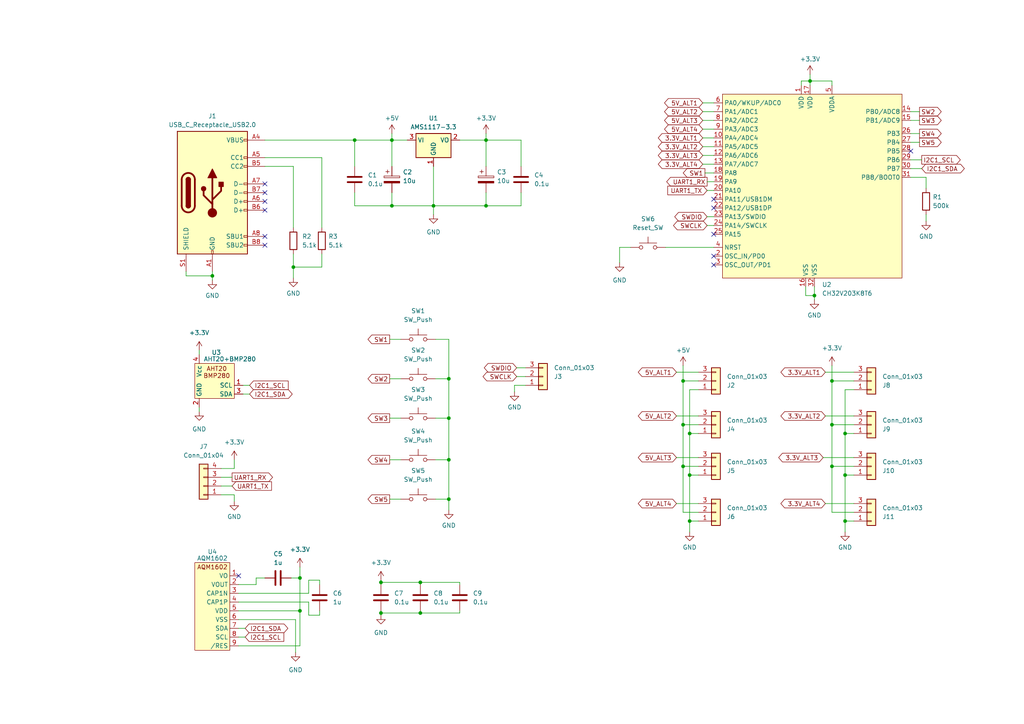
<source format=kicad_sch>
(kicad_sch (version 20231120) (generator "eeschema") (generator_version "8.0")
  (paper "A4")
  (lib_symbols
    (symbol "CH32V:CH32V203K8T6"
      (property "Reference" "U" (at -16.51 29.21 0))
      (property "Value" "CH32V203K8T6" (at -15.24 26.67 0))
      (symbol "CH32V203K8T6_1_1"
        (rectangle (start -25.4 25.4) (end 26.67 -27.94) (fill (type background)))
        (pin power_in line (at -2.54 27.94 270) (length 2.54) (name "VDD") (number "1"))
        (pin bidirectional line (at -27.94 12.7 0) (length 2.54) (name "PA4/ADC4") (number "10"))
        (pin bidirectional line (at -27.94 10.16 0) (length 2.54) (name "PA5/ADC5") (number "11"))
        (pin bidirectional line (at -27.94 7.62 0) (length 2.54) (name "PA6/ADC6") (number "12"))
        (pin bidirectional line (at -27.94 5.08 0) (length 2.54) (name "PA7/ADC7") (number "13"))
        (pin bidirectional line (at 29.21 20.32 180) (length 2.54) (name "PB0/ADC8") (number "14"))
        (pin bidirectional line (at 29.21 17.78 180) (length 2.54) (name "PB1/ADC9") (number "15"))
        (pin power_in line (at -1.27 -30.48 90) (length 2.54) (name "VSS") (number "16"))
        (pin power_in line (at 0 27.94 270) (length 2.54) (name "VDD") (number "17"))
        (pin bidirectional line (at -27.94 2.54 0) (length 2.54) (name "PA8") (number "18"))
        (pin bidirectional line (at -27.94 0 0) (length 2.54) (name "PA9") (number "19"))
        (pin bidirectional line (at -27.94 -21.59 0) (length 2.54) (name "OSC_IN/PD0") (number "2"))
        (pin bidirectional line (at -27.94 -2.54 0) (length 2.54) (name "PA10") (number "20"))
        (pin bidirectional line (at -27.94 -5.08 0) (length 2.54) (name "PA11/USB1DM") (number "21"))
        (pin bidirectional line (at -27.94 -7.62 0) (length 2.54) (name "PA12/USB1DP") (number "22"))
        (pin bidirectional line (at -27.94 -10.16 0) (length 2.54) (name "PA13/SWDIO") (number "23"))
        (pin bidirectional line (at -27.94 -12.7 0) (length 2.54) (name "PA14/SWCLK") (number "24"))
        (pin bidirectional line (at -27.94 -15.24 0) (length 2.54) (name "PA15") (number "25"))
        (pin bidirectional line (at 29.21 13.97 180) (length 2.54) (name "PB3") (number "26"))
        (pin bidirectional line (at 29.21 11.43 180) (length 2.54) (name "PB4") (number "27"))
        (pin bidirectional line (at 29.21 8.89 180) (length 2.54) (name "PB5") (number "28"))
        (pin bidirectional line (at 29.21 6.35 180) (length 2.54) (name "PB6") (number "29"))
        (pin bidirectional line (at -27.94 -24.13 0) (length 2.54) (name "OSC_OUT/PD1") (number "3"))
        (pin bidirectional line (at 29.21 3.81 180) (length 2.54) (name "PB7") (number "30"))
        (pin bidirectional line (at 29.21 1.27 180) (length 2.54) (name "PB8/BOOT0") (number "31"))
        (pin power_in line (at 1.27 -30.48 90) (length 2.54) (name "VSS") (number "32"))
        (pin bidirectional line (at -27.94 -19.05 0) (length 2.54) (name "NRST") (number "4"))
        (pin power_in line (at 6.35 27.94 270) (length 2.54) (name "VDDA") (number "5"))
        (pin bidirectional line (at -27.94 22.86 0) (length 2.54) (name "PA0/WKUP/ADC0") (number "6"))
        (pin bidirectional line (at -27.94 20.32 0) (length 2.54) (name "PA1/ADC1") (number "7"))
        (pin bidirectional line (at -27.94 17.78 0) (length 2.54) (name "PA2/ADC2") (number "8"))
        (pin bidirectional line (at -27.94 15.24 0) (length 2.54) (name "PA3/ADC3") (number "9"))
      )
    )
    (symbol "Connector_Generic:Conn_01x03" (pin_names (offset 1.016) hide)
      (property "Reference" "J" (at 0 5.08 0))
      (property "Value" "Conn_01x03" (at 0 -5.08 0))
      (symbol "Conn_01x03_1_1"
        (rectangle (start -1.27 -2.413) (end 0 -2.667) (stroke (width 0.1524)))
        (rectangle (start -1.27 0.127) (end 0 -0.127) (stroke (width 0.1524)))
        (rectangle (start -1.27 2.667) (end 0 2.413) (stroke (width 0.1524)))
        (rectangle (start -1.27 3.81) (end 1.27 -3.81) (stroke (width 0.254)) (fill (type background)))
        (pin passive line (at -5.08 2.54 0) (length 3.81) (name "Pin_1") (number "1"))
        (pin passive line (at -5.08 0 0) (length 3.81) (name "Pin_2") (number "2"))
        (pin passive line (at -5.08 -2.54 0) (length 3.81) (name "Pin_3") (number "3"))
      )
    )
    (symbol "Connector_Generic:Conn_01x04" (pin_names (offset 1.016) hide)
      (property "Reference" "J" (at 0 5.08 0))
      (property "Value" "Conn_01x04" (at 0 -7.62 0))
      (symbol "Conn_01x04_1_1"
        (rectangle (start -1.27 -4.953) (end 0 -5.207) (stroke (width 0.1524)))
        (rectangle (start -1.27 -2.413) (end 0 -2.667) (stroke (width 0.1524)))
        (rectangle (start -1.27 0.127) (end 0 -0.127) (stroke (width 0.1524)))
        (rectangle (start -1.27 2.667) (end 0 2.413) (stroke (width 0.1524)))
        (rectangle (start -1.27 3.81) (end 1.27 -6.35) (stroke (width 0.254)) (fill (type background)))
        (pin passive line (at -5.08 2.54 0) (length 3.81) (name "Pin_1") (number "1"))
        (pin passive line (at -5.08 0 0) (length 3.81) (name "Pin_2") (number "2"))
        (pin passive line (at -5.08 -2.54 0) (length 3.81) (name "Pin_3") (number "3"))
        (pin passive line (at -5.08 -5.08 0) (length 3.81) (name "Pin_4") (number "4"))
      )
    )
    (symbol "Device:C" (pin_numbers hide) (pin_names (offset 0.254))
      (property "Reference" "C" (at 0.635 2.54 0))
      (property "Value" "C" (at 0.635 -2.54 0))
      (symbol "C_0_1"
        (polyline (pts (xy -2.032 -0.762) (xy 2.032 -0.762)) (stroke (width 0.508)))
        (polyline (pts (xy -2.032 0.762) (xy 2.032 0.762)) (stroke (width 0.508)))
      )
      (symbol "C_1_1"
        (pin passive line (at 0 3.81 270) (length 2.794) (name "~") (number "1"))
        (pin passive line (at 0 -3.81 90) (length 2.794) (name "~") (number "2"))
      )
    )
    (symbol "Device:C_Polarized" (pin_numbers hide) (pin_names (offset 0.254))
      (property "Reference" "C" (at 0.635 2.54 0))
      (property "Value" "C_Polarized" (at 0.635 -2.54 0))
      (symbol "C_Polarized_0_1"
        (rectangle (start -2.286 0.508) (end 2.286 1.016))
        (polyline (pts (xy -1.778 2.286) (xy -0.762 2.286)))
        (polyline (pts (xy -1.27 2.794) (xy -1.27 1.778)))
        (rectangle (start 2.286 -0.508) (end -2.286 -1.016) (fill (type outline)))
      )
      (symbol "C_Polarized_1_1"
        (pin passive line (at 0 3.81 270) (length 2.794) (name "~") (number "1"))
        (pin passive line (at 0 -3.81 90) (length 2.794) (name "~") (number "2"))
      )
    )
    (symbol "Device:R" (pin_numbers hide) (pin_names (offset 0))
      (property "Reference" "R" (at 2.032 0 90))
      (property "Value" "R" (at 0 0 90))
      (symbol "R_0_1"
        (rectangle (start -1.016 -2.54) (end 1.016 2.54) (stroke (width 0.254)))
      )
      (symbol "R_1_1"
        (pin passive line (at 0 3.81 270) (length 1.27) (name "~") (number "1"))
        (pin passive line (at 0 -3.81 90) (length 1.27) (name "~") (number "2"))
      )
    )
    (symbol "Regulator_Linear:AMS1117-3.3"
      (property "Reference" "U" (at -3.81 3.175 0))
      (property "Value" "AMS1117-3.3" (at 0 3.175 0))
      (symbol "AMS1117-3.3_0_1"
        (rectangle (start -5.08 -5.08) (end 5.08 1.905) (stroke (width 0.254)) (fill (type background)))
      )
      (symbol "AMS1117-3.3_1_1"
        (pin power_in line (at 0 -7.62 90) (length 2.54) (name "GND") (number "1"))
        (pin power_out line (at 7.62 0 180) (length 2.54) (name "VO") (number "2"))
        (pin power_in line (at -7.62 0 0) (length 2.54) (name "VI") (number "3"))
      )
    )
    (symbol "Switch:SW_Push" (pin_numbers hide) (pin_names (offset 1.016) hide)
      (property "Reference" "SW" (at 1.27 2.54 0))
      (property "Value" "SW_Push" (at 0 -1.524 0))
      (symbol "SW_Push_0_1"
        (circle (center -2.032 0) (radius 0.508))
        (polyline (pts (xy 0 1.27) (xy 0 3.048)))
        (polyline (pts (xy 2.54 1.27) (xy -2.54 1.27)))
        (circle (center 2.032 0) (radius 0.508))
        (pin passive line (at -5.08 0 0) (length 2.54) (name "1") (number "1"))
        (pin passive line (at 5.08 0 180) (length 2.54) (name "2") (number "2"))
      )
    )
    (symbol "power:+3.3V" (power) (pin_names (offset 0))
      (property "Value" "+3.3V" (at 0 3.556 0))
      (symbol "+3.3V_0_1"
        (polyline (pts (xy -0.762 1.27) (xy 0 2.54)))
        (polyline (pts (xy 0 0) (xy 0 2.54)))
        (polyline (pts (xy 0 2.54) (xy 0.762 1.27)))
      )
      (symbol "+3.3V_1_1"
        (pin power_in line (at 0 0 90) (length 0) hide (name "+3.3V") (number "1"))
      )
    )
    (symbol "power:+5V" (power) (pin_names (offset 0))
      (property "Value" "+5V" (at 0 3.556 0))
      (symbol "+5V_0_1"
        (polyline (pts (xy -0.762 1.27) (xy 0 2.54)))
        (polyline (pts (xy 0 0) (xy 0 2.54)))
        (polyline (pts (xy 0 2.54) (xy 0.762 1.27)))
      )
      (symbol "+5V_1_1"
        (pin power_in line (at 0 0 90) (length 0) hide (name "+5V") (number "1"))
      )
    )
    (symbol "power:GND" (power) (pin_names (offset 0))
      (property "Value" "GND" (at 0 -3.81 0))
      (symbol "GND_0_1"
        (polyline (pts (xy 0 0) (xy 0 -1.27) (xy 1.27 -1.27) (xy 0 -2.54) (xy -1.27 -1.27) (xy 0 -1.27)))
      )
      (symbol "GND_1_1"
        (pin power_in line (at 0 0 270) (length 0) hide (name "GND") (number "1"))
      )
    )
    (symbol "watashi:AHT20+BMP280_SimpleRobot"
      (property "Reference" "U" (at 1.27 3.81 0))
      (symbol "AHT20+BMP280_SimpleRobot_1_1"
        (rectangle (start -2.54 2.54) (end 8.89 -7.62) (fill (type background)))
        (text "AHT20\nBMP280" (at 3.81 0 0) (effects (font (size 1.27 1.27))))
        (pin bidirectional line (at 11.43 -3.81 180) (length 2.54) (name "SCL") (number "1"))
        (pin power_in line (at -1.27 -10.16 90) (length 2.54) (name "GND") (number "2"))
        (pin bidirectional line (at 11.43 -6.35 180) (length 2.54) (name "SDA") (number "3"))
        (pin power_in line (at -1.27 5.08 270) (length 2.54) (name "Vcc") (number "4"))
      )
    )
    (symbol "watashi:AQM1602Y-RN"
      (property "Reference" "U" (at -3.81 13.97 0))
      (symbol "AQM1602Y-RN_1_1"
        (rectangle (start -5.08 12.7) (end 5.08 -12.7) (fill (type background)))
        (text "AQM1602" (at 0 11.43 0) (effects (font (size 1.27 1.27))))
        (pin bidirectional line (at 7.62 8.89 180) (length 2.54) (name "VO") (number "1"))
        (pin passive line (at 7.62 6.35 180) (length 2.54) (name "VOUT") (number "2"))
        (pin passive line (at 7.62 3.81 180) (length 2.54) (name "CAP1N") (number "3"))
        (pin passive line (at 7.62 1.27 180) (length 2.54) (name "CAP1P") (number "4"))
        (pin power_in line (at 7.62 -1.27 180) (length 2.54) (name "VDD") (number "5"))
        (pin power_in line (at 7.62 -3.81 180) (length 2.54) (name "VSS") (number "6"))
        (pin bidirectional line (at 7.62 -6.35 180) (length 2.54) (name "SDA") (number "7"))
        (pin bidirectional line (at 7.62 -8.89 180) (length 2.54) (name "SCL") (number "8"))
        (pin input line (at 7.62 -11.43 180) (length 2.54) (name "/RES") (number "9"))
      )
    )
    (symbol "watashi:USB_C_Receptacle_USB2.0" (pin_names (offset 1.016))
      (property "Reference" "J" (at -10.16 19.05 0))
      (property "Value" "USB_C_Receptacle_USB2.0" (at 19.05 19.05 0))
      (symbol "USB_C_Receptacle_USB2.0_0_0"
        (rectangle (start -0.254 -17.78) (end 0.254 -16.764))
        (rectangle (start 10.16 -14.986) (end 9.144 -15.494))
        (rectangle (start 10.16 -12.446) (end 9.144 -12.954))
        (rectangle (start 10.16 -4.826) (end 9.144 -5.334))
        (rectangle (start 10.16 -2.286) (end 9.144 -2.794))
        (rectangle (start 10.16 0.254) (end 9.144 -0.254))
        (rectangle (start 10.16 2.794) (end 9.144 2.286))
        (rectangle (start 10.16 7.874) (end 9.144 7.366))
        (rectangle (start 10.16 10.414) (end 9.144 9.906))
        (rectangle (start 10.16 15.494) (end 9.144 14.986))
      )
      (symbol "USB_C_Receptacle_USB2.0_0_1"
        (rectangle (start -10.16 17.78) (end 10.16 -17.78) (stroke (width 0.254)) (fill (type background)))
        (arc (start -8.89 -3.81) (mid -6.985 -5.7067) (end -5.08 -3.81) (stroke (width 0.508)))
        (arc (start -7.62 -3.81) (mid -6.985 -4.4423) (end -6.35 -3.81) (stroke (width 0.254)))
        (arc (start -7.62 -3.81) (mid -6.985 -4.4423) (end -6.35 -3.81) (stroke (width 0.254)) (fill (type outline)))
        (rectangle (start -7.62 -3.81) (end -6.35 3.81) (stroke (width 0.254)) (fill (type outline)))
        (arc (start -6.35 3.81) (mid -6.985 4.4423) (end -7.62 3.81) (stroke (width 0.254)))
        (arc (start -6.35 3.81) (mid -6.985 4.4423) (end -7.62 3.81) (stroke (width 0.254)) (fill (type outline)))
        (arc (start -5.08 3.81) (mid -6.985 5.7067) (end -8.89 3.81) (stroke (width 0.508)))
        (circle (center -2.54 1.143) (radius 0.635) (stroke (width 0.254)) (fill (type outline)))
        (circle (center 0 -5.842) (radius 1.27) (fill (type outline)))
        (polyline (pts (xy -8.89 -3.81) (xy -8.89 3.81)) (stroke (width 0.508)))
        (polyline (pts (xy -5.08 3.81) (xy -5.08 -3.81)) (stroke (width 0.508)))
        (polyline (pts (xy 0 -5.842) (xy 0 4.318)) (stroke (width 0.508)))
        (polyline (pts (xy 0 -3.302) (xy -2.54 -0.762) (xy -2.54 0.508)) (stroke (width 0.508)))
        (polyline (pts (xy 0 -2.032) (xy 2.54 0.508) (xy 2.54 1.778)) (stroke (width 0.508)))
        (polyline (pts (xy -1.27 4.318) (xy 0 6.858) (xy 1.27 4.318) (xy -1.27 4.318)) (stroke (width 0.254)) (fill (type outline)))
        (rectangle (start 1.905 1.778) (end 3.175 3.048) (stroke (width 0.254)) (fill (type outline)))
      )
      (symbol "USB_C_Receptacle_USB2.0_1_1"
        (pin passive line (at 0 -22.86 90) (length 5.08) (name "GND") (number "A1"))
        (pin passive line (at 0 -22.86 90) (length 5.08) hide (name "GND") (number "A12"))
        (pin passive line (at 15.24 15.24 180) (length 5.08) (name "VBUS") (number "A4"))
        (pin bidirectional line (at 15.24 10.16 180) (length 5.08) (name "CC1") (number "A5"))
        (pin bidirectional line (at 15.24 -2.54 180) (length 5.08) (name "D+") (number "A6"))
        (pin bidirectional line (at 15.24 2.54 180) (length 5.08) (name "D-") (number "A7"))
        (pin bidirectional line (at 15.24 -12.7 180) (length 5.08) (name "SBU1") (number "A8"))
        (pin passive line (at 15.24 15.24 180) (length 5.08) hide (name "VBUS") (number "A9"))
        (pin passive line (at 0 -22.86 90) (length 5.08) hide (name "GND") (number "B1"))
        (pin passive line (at 0 -22.86 90) (length 5.08) hide (name "GND") (number "B12"))
        (pin passive line (at 15.24 15.24 180) (length 5.08) hide (name "VBUS") (number "B4"))
        (pin bidirectional line (at 15.24 7.62 180) (length 5.08) (name "CC2") (number "B5"))
        (pin bidirectional line (at 15.24 -5.08 180) (length 5.08) (name "D+") (number "B6"))
        (pin bidirectional line (at 15.24 0 180) (length 5.08) (name "D-") (number "B7"))
        (pin bidirectional line (at 15.24 -15.24 180) (length 5.08) (name "SBU2") (number "B8"))
        (pin passive line (at 15.24 15.24 180) (length 5.08) hide (name "VBUS") (number "B9"))
        (pin passive line (at -7.62 -22.86 90) (length 5.08) (name "SHIELD") (number "S1"))
      )
    )
  )
  (junction (at 140.97 40.64))
  (junction (at 245.11 137.795))
  (junction (at 102.87 40.64))
  (junction (at 110.49 177.8))
  (junction (at 113.665 59.69))
  (junction (at 198.12 123.19))
  (junction (at 110.49 168.91))
  (junction (at 113.665 40.64))
  (junction (at 140.97 59.69))
  (junction (at 236.22 85.725))
  (junction (at 130.175 121.285))
  (junction (at 130.175 133.35))
  (junction (at 86.995 177.165))
  (junction (at 198.12 110.49))
  (junction (at 200.025 137.795))
  (junction (at 234.95 23.495))
  (junction (at 130.175 109.855))
  (junction (at 200.025 151.13))
  (junction (at 85.09 77.47))
  (junction (at 61.595 80.01))
  (junction (at 245.11 125.73))
  (junction (at 86.995 167.64))
  (junction (at 241.3 135.255))
  (junction (at 241.3 110.49))
  (junction (at 200.025 125.73))
  (junction (at 198.12 135.255))
  (junction (at 245.11 151.13))
  (junction (at 125.73 59.69))
  (junction (at 130.175 144.78))
  (junction (at 241.3 123.19))
  (junction (at 121.92 177.8))
  (junction (at 121.92 168.91))
  (no_connect (at 207.01 76.835))
  (no_connect (at 76.835 58.42))
  (no_connect (at 69.215 167.005))
  (no_connect (at 76.835 60.96))
  (no_connect (at 207.01 74.295))
  (no_connect (at 207.01 67.945))
  (no_connect (at 76.835 71.12))
  (no_connect (at 76.835 55.88))
  (no_connect (at 207.01 60.325))
  (no_connect (at 76.835 68.58))
  (no_connect (at 264.16 43.815))
  (no_connect (at 76.835 53.34))
  (no_connect (at 207.01 57.785))
  (wire (pts (xy 57.785 101.6) (xy 57.785 102.87)))
  (wire (pts (xy 113.03 109.855) (xy 116.205 109.855)))
  (wire (pts (xy 110.49 168.91) (xy 110.49 169.545)))
  (wire (pts (xy 234.95 23.495) (xy 241.3 23.495)))
  (wire (pts (xy 92.71 178.435) (xy 89.535 178.435)))
  (wire (pts (xy 102.87 40.64) (xy 102.87 48.26)))
  (wire (pts (xy 203.835 47.625) (xy 207.01 47.625)))
  (wire (pts (xy 266.7 34.925) (xy 264.16 34.925)))
  (wire (pts (xy 113.665 40.64) (xy 113.665 48.26)))
  (wire (pts (xy 200.025 154.305) (xy 200.025 151.13)))
  (wire (pts (xy 202.565 137.795) (xy 200.025 137.795)))
  (wire (pts (xy 121.92 177.8) (xy 133.35 177.8)))
  (wire (pts (xy 140.97 38.735) (xy 140.97 40.64)))
  (wire (pts (xy 74.295 167.64) (xy 74.295 169.545)))
  (wire (pts (xy 130.175 144.78) (xy 130.175 147.955)))
  (wire (pts (xy 264.16 51.435) (xy 268.605 51.435)))
  (wire (pts (xy 264.16 48.895) (xy 267.335 48.895)))
  (wire (pts (xy 126.365 109.855) (xy 130.175 109.855)))
  (wire (pts (xy 140.97 59.69) (xy 151.13 59.69)))
  (wire (pts (xy 113.03 133.35) (xy 116.205 133.35)))
  (wire (pts (xy 203.835 40.005) (xy 207.01 40.005)))
  (wire (pts (xy 133.35 40.64) (xy 140.97 40.64)))
  (wire (pts (xy 70.485 114.3) (xy 72.39 114.3)))
  (wire (pts (xy 241.3 123.19) (xy 241.3 135.255)))
  (wire (pts (xy 86.995 167.64) (xy 86.995 177.165)))
  (wire (pts (xy 264.16 38.735) (xy 266.7 38.735)))
  (wire (pts (xy 57.785 118.11) (xy 57.785 119.38)))
  (wire (pts (xy 149.225 111.76) (xy 149.225 113.665)))
  (wire (pts (xy 205.105 65.405) (xy 207.01 65.405)))
  (wire (pts (xy 74.295 167.64) (xy 76.835 167.64)))
  (wire (pts (xy 245.11 125.73) (xy 247.65 125.73)))
  (wire (pts (xy 245.11 137.795) (xy 245.11 151.13)))
  (wire (pts (xy 245.11 113.03) (xy 245.11 125.73)))
  (wire (pts (xy 245.11 151.13) (xy 245.11 154.305)))
  (wire (pts (xy 61.595 80.01) (xy 53.975 80.01)))
  (wire (pts (xy 198.12 123.19) (xy 198.12 135.255)))
  (wire (pts (xy 130.175 133.35) (xy 130.175 121.285)))
  (wire (pts (xy 67.945 133.35) (xy 67.945 135.89)))
  (wire (pts (xy 102.87 40.64) (xy 113.665 40.64)))
  (wire (pts (xy 200.025 137.795) (xy 200.025 151.13)))
  (wire (pts (xy 110.49 177.8) (xy 110.49 178.435)))
  (wire (pts (xy 110.49 177.8) (xy 110.49 177.165)))
  (wire (pts (xy 85.09 48.26) (xy 85.09 66.04)))
  (wire (pts (xy 198.12 135.255) (xy 202.565 135.255)))
  (wire (pts (xy 264.16 41.275) (xy 266.7 41.275)))
  (wire (pts (xy 89.535 172.085) (xy 89.535 168.275)))
  (wire (pts (xy 113.03 121.285) (xy 116.205 121.285)))
  (wire (pts (xy 121.92 168.91) (xy 121.92 169.545)))
  (wire (pts (xy 198.12 110.49) (xy 198.12 123.19)))
  (wire (pts (xy 64.135 140.97) (xy 67.31 140.97)))
  (wire (pts (xy 232.41 23.495) (xy 232.41 24.765)))
  (wire (pts (xy 233.68 83.185) (xy 233.68 85.725)))
  (wire (pts (xy 133.35 168.91) (xy 133.35 169.545)))
  (wire (pts (xy 196.215 120.65) (xy 202.565 120.65)))
  (wire (pts (xy 76.835 48.26) (xy 85.09 48.26)))
  (wire (pts (xy 203.835 29.845) (xy 207.01 29.845)))
  (wire (pts (xy 69.215 177.165) (xy 86.995 177.165)))
  (wire (pts (xy 245.11 125.73) (xy 245.11 137.795)))
  (wire (pts (xy 239.395 120.65) (xy 247.65 120.65)))
  (wire (pts (xy 53.975 80.01) (xy 53.975 78.74)))
  (wire (pts (xy 69.215 172.085) (xy 89.535 172.085)))
  (wire (pts (xy 264.16 46.355) (xy 267.335 46.355)))
  (wire (pts (xy 121.92 168.91) (xy 133.35 168.91)))
  (wire (pts (xy 126.365 144.78) (xy 130.175 144.78)))
  (wire (pts (xy 86.995 187.325) (xy 69.215 187.325)))
  (wire (pts (xy 86.995 177.165) (xy 86.995 187.325)))
  (wire (pts (xy 76.835 45.72) (xy 93.345 45.72)))
  (wire (pts (xy 125.73 59.69) (xy 125.73 62.23)))
  (wire (pts (xy 241.3 106.045) (xy 241.3 110.49)))
  (wire (pts (xy 113.665 38.735) (xy 113.665 40.64)))
  (wire (pts (xy 113.03 98.425) (xy 116.205 98.425)))
  (wire (pts (xy 266.7 32.385) (xy 264.16 32.385)))
  (wire (pts (xy 126.365 98.425) (xy 130.175 98.425)))
  (wire (pts (xy 203.835 37.465) (xy 207.01 37.465)))
  (wire (pts (xy 200.025 125.73) (xy 200.025 137.795)))
  (wire (pts (xy 76.835 40.64) (xy 102.87 40.64)))
  (wire (pts (xy 198.12 106.045) (xy 198.12 110.49)))
  (wire (pts (xy 133.35 177.8) (xy 133.35 177.165)))
  (wire (pts (xy 64.135 143.51) (xy 67.945 143.51)))
  (wire (pts (xy 236.22 83.185) (xy 236.22 85.725)))
  (wire (pts (xy 93.345 45.72) (xy 93.345 66.04)))
  (wire (pts (xy 196.215 107.95) (xy 202.565 107.95)))
  (wire (pts (xy 234.95 21.59) (xy 234.95 23.495)))
  (wire (pts (xy 130.175 144.78) (xy 130.175 133.35)))
  (wire (pts (xy 85.725 179.705) (xy 85.725 189.23)))
  (wire (pts (xy 121.92 177.8) (xy 110.49 177.8)))
  (wire (pts (xy 125.73 48.26) (xy 125.73 59.69)))
  (wire (pts (xy 149.86 106.68) (xy 152.4 106.68)))
  (wire (pts (xy 113.03 144.78) (xy 116.205 144.78)))
  (wire (pts (xy 126.365 133.35) (xy 130.175 133.35)))
  (wire (pts (xy 236.22 85.725) (xy 236.22 86.995)))
  (wire (pts (xy 89.535 178.435) (xy 89.535 174.625)))
  (wire (pts (xy 69.215 174.625) (xy 89.535 174.625)))
  (wire (pts (xy 234.95 23.495) (xy 232.41 23.495)))
  (wire (pts (xy 204.47 50.165) (xy 207.01 50.165)))
  (wire (pts (xy 268.605 62.23) (xy 268.605 64.135)))
  (wire (pts (xy 113.665 59.69) (xy 125.73 59.69)))
  (wire (pts (xy 85.09 77.47) (xy 93.345 77.47)))
  (wire (pts (xy 203.835 32.385) (xy 207.01 32.385)))
  (wire (pts (xy 149.86 109.22) (xy 152.4 109.22)))
  (wire (pts (xy 198.12 148.59) (xy 202.565 148.59)))
  (wire (pts (xy 241.3 23.495) (xy 241.3 24.765)))
  (wire (pts (xy 130.175 121.285) (xy 130.175 109.855)))
  (wire (pts (xy 241.3 148.59) (xy 247.65 148.59)))
  (wire (pts (xy 239.395 107.95) (xy 247.65 107.95)))
  (wire (pts (xy 61.595 80.01) (xy 61.595 81.28)))
  (wire (pts (xy 67.945 143.51) (xy 67.945 145.415)))
  (wire (pts (xy 193.04 71.755) (xy 207.01 71.755)))
  (wire (pts (xy 203.835 34.925) (xy 207.01 34.925)))
  (wire (pts (xy 239.395 146.05) (xy 247.65 146.05)))
  (wire (pts (xy 198.12 110.49) (xy 202.565 110.49)))
  (wire (pts (xy 61.595 78.74) (xy 61.595 80.01)))
  (wire (pts (xy 93.345 77.47) (xy 93.345 73.66)))
  (wire (pts (xy 110.49 168.275) (xy 110.49 168.91)))
  (wire (pts (xy 74.295 169.545) (xy 69.215 169.545)))
  (wire (pts (xy 113.665 59.69) (xy 102.87 59.69)))
  (wire (pts (xy 241.3 110.49) (xy 241.3 123.19)))
  (wire (pts (xy 202.565 125.73) (xy 200.025 125.73)))
  (wire (pts (xy 64.135 135.89) (xy 67.945 135.89)))
  (wire (pts (xy 85.09 73.66) (xy 85.09 77.47)))
  (wire (pts (xy 140.97 48.26) (xy 140.97 40.64)))
  (wire (pts (xy 182.88 71.755) (xy 179.705 71.755)))
  (wire (pts (xy 198.12 135.255) (xy 198.12 148.59)))
  (wire (pts (xy 130.175 121.285) (xy 126.365 121.285)))
  (wire (pts (xy 92.71 177.165) (xy 92.71 178.435)))
  (wire (pts (xy 102.87 59.69) (xy 102.87 55.88)))
  (wire (pts (xy 69.215 179.705) (xy 85.725 179.705)))
  (wire (pts (xy 268.605 51.435) (xy 268.605 54.61)))
  (wire (pts (xy 125.73 59.69) (xy 140.97 59.69)))
  (wire (pts (xy 179.705 71.755) (xy 179.705 76.2)))
  (wire (pts (xy 202.565 113.03) (xy 200.025 113.03)))
  (wire (pts (xy 140.97 55.88) (xy 140.97 59.69)))
  (wire (pts (xy 113.665 55.88) (xy 113.665 59.69)))
  (wire (pts (xy 121.92 177.165) (xy 121.92 177.8)))
  (wire (pts (xy 205.105 55.245) (xy 207.01 55.245)))
  (wire (pts (xy 64.135 138.43) (xy 67.31 138.43)))
  (wire (pts (xy 113.665 40.64) (xy 118.11 40.64)))
  (wire (pts (xy 234.95 23.495) (xy 234.95 24.765)))
  (wire (pts (xy 196.215 132.715) (xy 202.565 132.715)))
  (wire (pts (xy 245.11 151.13) (xy 247.65 151.13)))
  (wire (pts (xy 238.76 132.715) (xy 247.65 132.715)))
  (wire (pts (xy 241.3 110.49) (xy 247.65 110.49)))
  (wire (pts (xy 152.4 111.76) (xy 149.225 111.76)))
  (wire (pts (xy 200.025 113.03) (xy 200.025 125.73)))
  (wire (pts (xy 236.22 85.725) (xy 233.68 85.725)))
  (wire (pts (xy 247.65 113.03) (xy 245.11 113.03)))
  (wire (pts (xy 86.995 164.465) (xy 86.995 167.64)))
  (wire (pts (xy 205.105 52.705) (xy 207.01 52.705)))
  (wire (pts (xy 241.3 135.255) (xy 247.65 135.255)))
  (wire (pts (xy 151.13 59.69) (xy 151.13 55.88)))
  (wire (pts (xy 247.65 137.795) (xy 245.11 137.795)))
  (wire (pts (xy 203.835 42.545) (xy 207.01 42.545)))
  (wire (pts (xy 110.49 168.91) (xy 121.92 168.91)))
  (wire (pts (xy 70.485 111.76) (xy 72.39 111.76)))
  (wire (pts (xy 196.215 146.05) (xy 202.565 146.05)))
  (wire (pts (xy 200.025 151.13) (xy 202.565 151.13)))
  (wire (pts (xy 151.13 40.64) (xy 151.13 48.26)))
  (wire (pts (xy 69.215 184.785) (xy 71.12 184.785)))
  (wire (pts (xy 84.455 167.64) (xy 86.995 167.64)))
  (wire (pts (xy 92.71 168.275) (xy 92.71 169.545)))
  (wire (pts (xy 203.835 45.085) (xy 207.01 45.085)))
  (wire (pts (xy 241.3 123.19) (xy 247.65 123.19)))
  (wire (pts (xy 85.09 77.47) (xy 85.09 80.645)))
  (wire (pts (xy 198.12 123.19) (xy 202.565 123.19)))
  (wire (pts (xy 69.215 182.245) (xy 71.12 182.245)))
  (wire (pts (xy 89.535 168.275) (xy 92.71 168.275)))
  (wire (pts (xy 205.105 62.865) (xy 207.01 62.865)))
  (wire (pts (xy 140.97 40.64) (xy 151.13 40.64)))
  (wire (pts (xy 130.175 109.855) (xy 130.175 98.425)))
  (wire (pts (xy 241.3 135.255) (xy 241.3 148.59)))
  (global_label "SW5" (shape output) (at 266.7 41.275 0) (property "Intersheetrefs" "${INTERSHEET_REFS}" (effects (hide yes))))
  (global_label "5V_ALT4" (shape bidirectional) (at 203.835 37.465 180) (property "Intersheetrefs" "${INTERSHEET_REFS}" (effects (hide yes))))
  (global_label "5V_ALT1" (shape bidirectional) (at 203.835 29.845 180) (property "Intersheetrefs" "${INTERSHEET_REFS}" (effects (hide yes))))
  (global_label "UART1_RX" (shape output) (at 67.31 138.43 0) (property "Intersheetrefs" "${INTERSHEET_REFS}" (effects (hide yes))))
  (global_label "SW2" (shape output) (at 266.7 32.385 0) (property "Intersheetrefs" "${INTERSHEET_REFS}" (effects (hide yes))))
  (global_label "SWDIO" (shape bidirectional) (at 149.86 106.68 180) (property "Intersheetrefs" "${INTERSHEET_REFS}" (effects (hide yes))))
  (global_label "5V_ALT2" (shape bidirectional) (at 196.215 120.65 180) (property "Intersheetrefs" "${INTERSHEET_REFS}" (effects (hide yes))))
  (global_label "SWDIO" (shape bidirectional) (at 205.105 62.865 180) (property "Intersheetrefs" "${INTERSHEET_REFS}" (effects (hide yes))))
  (global_label "SW3" (shape output) (at 113.03 121.285 180) (property "Intersheetrefs" "${INTERSHEET_REFS}" (effects (hide yes))))
  (global_label "I2C1_SCL" (shape input) (at 72.39 111.76 0) (property "Intersheetrefs" "${INTERSHEET_REFS}" (effects (hide yes))))
  (global_label "3.3V_ALT2" (shape bidirectional) (at 239.395 120.65 180) (property "Intersheetrefs" "${INTERSHEET_REFS}" (effects (hide yes))))
  (global_label "SW4" (shape output) (at 266.7 38.735 0) (property "Intersheetrefs" "${INTERSHEET_REFS}" (effects (hide yes))))
  (global_label "3.3V_ALT3" (shape bidirectional) (at 238.76 132.715 180) (property "Intersheetrefs" "${INTERSHEET_REFS}" (effects (hide yes))))
  (global_label "SWCLK" (shape bidirectional) (at 205.105 65.405 180) (property "Intersheetrefs" "${INTERSHEET_REFS}" (effects (hide yes))))
  (global_label "SW1" (shape output) (at 204.47 50.165 180) (property "Intersheetrefs" "${INTERSHEET_REFS}" (effects (hide yes))))
  (global_label "SWCLK" (shape bidirectional) (at 149.86 109.22 180) (property "Intersheetrefs" "${INTERSHEET_REFS}" (effects (hide yes))))
  (global_label "3.3V_ALT1" (shape bidirectional) (at 239.395 107.95 180) (property "Intersheetrefs" "${INTERSHEET_REFS}" (effects (hide yes))))
  (global_label "I2C1_SCL" (shape output) (at 267.335 46.355 0) (property "Intersheetrefs" "${INTERSHEET_REFS}" (effects (hide yes))))
  (global_label "UART1_RX" (shape output) (at 205.105 52.705 180) (property "Intersheetrefs" "${INTERSHEET_REFS}" (effects (hide yes))))
  (global_label "3.3V_ALT4" (shape bidirectional) (at 203.835 47.625 180) (property "Intersheetrefs" "${INTERSHEET_REFS}" (effects (hide yes))))
  (global_label "5V_ALT2" (shape bidirectional) (at 203.835 32.385 180) (property "Intersheetrefs" "${INTERSHEET_REFS}" (effects (hide yes))))
  (global_label "I2C1_SDA" (shape bidirectional) (at 267.335 48.895 0) (property "Intersheetrefs" "${INTERSHEET_REFS}" (effects (hide yes))))
  (global_label "5V_ALT4" (shape bidirectional) (at 196.215 146.05 180) (property "Intersheetrefs" "${INTERSHEET_REFS}" (effects (hide yes))))
  (global_label "SW4" (shape output) (at 113.03 133.35 180) (property "Intersheetrefs" "${INTERSHEET_REFS}" (effects (hide yes))))
  (global_label "SW3" (shape output) (at 266.7 34.925 0) (property "Intersheetrefs" "${INTERSHEET_REFS}" (effects (hide yes))))
  (global_label "3.3V_ALT4" (shape bidirectional) (at 239.395 146.05 180) (property "Intersheetrefs" "${INTERSHEET_REFS}" (effects (hide yes))))
  (global_label "SW5" (shape output) (at 113.03 144.78 180) (property "Intersheetrefs" "${INTERSHEET_REFS}" (effects (hide yes))))
  (global_label "SW2" (shape output) (at 113.03 109.855 180) (property "Intersheetrefs" "${INTERSHEET_REFS}" (effects (hide yes))))
  (global_label "5V_ALT3" (shape bidirectional) (at 196.215 132.715 180) (property "Intersheetrefs" "${INTERSHEET_REFS}" (effects (hide yes))))
  (global_label "3.3V_ALT1" (shape bidirectional) (at 203.835 40.005 180) (property "Intersheetrefs" "${INTERSHEET_REFS}" (effects (hide yes))))
  (global_label "UART1_TX" (shape input) (at 67.31 140.97 0) (property "Intersheetrefs" "${INTERSHEET_REFS}" (effects (hide yes))))
  (global_label "I2C1_SDA" (shape bidirectional) (at 71.12 182.245 0) (property "Intersheetrefs" "${INTERSHEET_REFS}" (effects (hide yes))))
  (global_label "I2C1_SDA" (shape bidirectional) (at 72.39 114.3 0) (property "Intersheetrefs" "${INTERSHEET_REFS}" (effects (hide yes))))
  (global_label "5V_ALT3" (shape bidirectional) (at 203.835 34.925 180) (property "Intersheetrefs" "${INTERSHEET_REFS}" (effects (hide yes))))
  (global_label "5V_ALT1" (shape bidirectional) (at 196.215 107.95 180) (property "Intersheetrefs" "${INTERSHEET_REFS}" (effects (hide yes))))
  (global_label "3.3V_ALT2" (shape bidirectional) (at 203.835 42.545 180) (property "Intersheetrefs" "${INTERSHEET_REFS}" (effects (hide yes))))
  (global_label "SW1" (shape output) (at 113.03 98.425 180) (property "Intersheetrefs" "${INTERSHEET_REFS}" (effects (hide yes))))
  (global_label "I2C1_SCL" (shape input) (at 71.12 184.785 0) (property "Intersheetrefs" "${INTERSHEET_REFS}" (effects (hide yes))))
  (global_label "3.3V_ALT3" (shape bidirectional) (at 203.835 45.085 180) (property "Intersheetrefs" "${INTERSHEET_REFS}" (effects (hide yes))))
  (global_label "UART1_TX" (shape input) (at 205.105 55.245 180) (property "Intersheetrefs" "${INTERSHEET_REFS}" (effects (hide yes))))
  (symbol (lib_id "Device:C") (at 110.49 173.355 180) (unit 1)
    (property "Reference" "C7" (at 114.3 172.085 0) (effects (justify right)))
    (property "Value" "0.1u" (at 114.3 174.625 0) (effects (justify right)))
    (property "Footprint" "Capacitor_SMD:C_0603_1608Metric_Pad1.08x0.95mm_HandSolder" (effects (hide yes)))
  )
  (symbol (lib_id "Device:C") (at 133.35 173.355 180) (unit 1)
    (property "Reference" "C9" (at 137.16 172.085 0) (effects (justify right)))
    (property "Value" "0.1u" (at 137.16 174.625 0) (effects (justify right)))
    (property "Footprint" "Capacitor_SMD:C_0603_1608Metric_Pad1.08x0.95mm_HandSolder" (effects (hide yes)))
  )
  (symbol (lib_id "Switch:SW_Push") (at 121.285 98.425 0) (unit 1)
    (property "Reference" "SW1" (at 121.285 90.17 0))
    (property "Value" "SW_Push" (at 121.285 92.71 0))
    (property "Footprint" "yuki_lib:SW_TSB008A2518A" (effects (hide yes)))
  )
  (symbol (lib_id "power:+3.3V") (at 67.945 133.35 0) (unit 1)
    (property "Reference" "#PWR012" (effects (hide yes)))
    (property "Value" "+3.3V" (at 67.945 128.27 0))
  )
  (symbol (lib_id "Switch:SW_Push") (at 121.285 144.78 0) (unit 1)
    (property "Reference" "SW5" (at 121.285 136.525 0))
    (property "Value" "SW_Push" (at 121.285 139.065 0))
    (property "Footprint" "yuki_lib:SW_TSB008A2518A" (effects (hide yes)))
  )
  (symbol (lib_id "Device:C") (at 151.13 52.07 0) (unit 1)
    (property "Reference" "C4" (at 154.94 50.8 0) (effects (justify left)))
    (property "Value" "0.1u" (at 154.94 53.34 0) (effects (justify left)))
    (property "Footprint" "Capacitor_SMD:C_0603_1608Metric_Pad1.08x0.95mm_HandSolder" (effects (hide yes)))
  )
  (symbol (lib_id "power:+3.3V") (at 86.995 164.465 0) (unit 1)
    (property "Reference" "#PWR015" (effects (hide yes)))
    (property "Value" "+3.3V" (at 86.995 159.385 0))
  )
  (symbol (lib_id "power:+3.3V") (at 57.785 101.6 0) (unit 1)
    (property "Reference" "#PWR09" (effects (hide yes)))
    (property "Value" "+3.3V" (at 57.785 96.52 0))
  )
  (symbol (lib_id "power:GND") (at 57.785 119.38 0) (unit 1)
    (property "Reference" "#PWR011" (effects (hide yes)))
    (property "Value" "GND" (at 57.785 124.46 0))
  )
  (symbol (lib_id "power:GND") (at 85.09 80.645 0) (unit 1)
    (property "Reference" "#PWR06" (effects (hide yes)))
    (property "Value" "GND" (at 85.09 85.09 0))
  )
  (symbol (lib_id "Connector_Generic:Conn_01x03") (at 252.73 123.19 0) (mirror x) (unit 1)
    (property "Reference" "J9" (at 255.905 124.46 0) (effects (justify left)))
    (property "Value" "Conn_01x03" (at 255.905 121.92 0) (effects (justify left)))
    (property "Footprint" "Connector_JST:JST_XH_B3B-XH-A_1x03_P2.50mm_Vertical" (effects (hide yes)))
  )
  (symbol (lib_id "Switch:SW_Push") (at 121.285 109.855 0) (unit 1)
    (property "Reference" "SW2" (at 121.285 101.6 0))
    (property "Value" "SW_Push" (at 121.285 104.14 0))
    (property "Footprint" "yuki_lib:SW_TSB008A2518A" (effects (hide yes)))
  )
  (symbol (lib_id "power:GND") (at 110.49 178.435 0) (unit 1)
    (property "Reference" "#PWR017" (effects (hide yes)))
    (property "Value" "GND" (at 110.49 183.515 0))
  )
  (symbol (lib_id "power:+3.3V") (at 241.3 106.045 0) (unit 1)
    (property "Reference" "#PWR022" (effects (hide yes)))
    (property "Value" "+3.3V" (at 241.3 100.965 0))
  )
  (symbol (lib_id "Connector_Generic:Conn_01x03") (at 207.645 110.49 0) (mirror x) (unit 1)
    (property "Reference" "J2" (at 210.82 111.76 0) (effects (justify left)))
    (property "Value" "Conn_01x03" (at 210.82 109.22 0) (effects (justify left)))
    (property "Footprint" "Connector_JST:JST_XH_B3B-XH-A_1x03_P2.50mm_Vertical" (effects (hide yes)))
  )
  (symbol (lib_id "Device:R") (at 268.605 58.42 180) (unit 1)
    (property "Reference" "R1" (at 270.51 57.15 0) (effects (justify right)))
    (property "Value" "500k" (at 270.51 59.69 0) (effects (justify right)))
    (property "Footprint" "Resistor_SMD:R_0603_1608Metric_Pad0.98x0.95mm_HandSolder" (effects (hide yes)))
  )
  (symbol (lib_id "Regulator_Linear:AMS1117-3.3") (at 125.73 40.64 0) (unit 1)
    (property "Reference" "U1" (at 125.73 34.29 0))
    (property "Value" "AMS1117-3.3" (at 125.73 36.83 0))
    (property "Footprint" "Package_TO_SOT_SMD:SOT-223-3_TabPin2" (effects (hide yes)))
    (property "Datasheet" "http://www.advanced-monolithic.com/pdf/ds1117.pdf" (effects (hide yes)))
  )
  (symbol (lib_id "CH32V:CH32V203K8T6") (at 234.95 52.705 0) (unit 1)
    (property "Reference" "U2" (at 238.4141 82.55 0) (effects (justify left)))
    (property "Value" "CH32V203K8T6" (at 238.4141 85.09 0) (effects (justify left)))
    (property "Footprint" "Package_QFP:LQFP-32_7x7mm_P0.8mm" (effects (hide yes)))
  )
  (symbol (lib_id "power:+5V") (at 198.12 106.045 0) (unit 1)
    (property "Reference" "#PWR021" (effects (hide yes)))
    (property "Value" "+5V" (at 198.12 101.6 0))
  )
  (symbol (lib_id "Device:C_Polarized") (at 140.97 52.07 0) (unit 1)
    (property "Reference" "C3" (at 144.145 49.911 0) (effects (justify left)))
    (property "Value" "10u" (at 144.145 52.451 0) (effects (justify left)))
    (property "Footprint" "Capacitor_SMD:CP_Elec_4x5.4" (effects (hide yes)))
  )
  (symbol (lib_id "Device:C") (at 80.645 167.64 90) (unit 1)
    (property "Reference" "C5" (at 80.645 160.655 90))
    (property "Value" "1u" (at 80.645 163.195 90))
    (property "Footprint" "Capacitor_SMD:C_0603_1608Metric_Pad1.08x0.95mm_HandSolder" (effects (hide yes)))
  )
  (symbol (lib_id "power:GND") (at 130.175 147.955 0) (unit 1)
    (property "Reference" "#PWR014" (effects (hide yes)))
    (property "Value" "GND" (at 130.175 152.4 0))
  )
  (symbol (lib_id "watashi:USB_C_Receptacle_USB2.0") (at 61.595 55.88 0) (unit 1)
    (property "Reference" "J1" (at 61.595 33.655 0))
    (property "Value" "USB_C_Receptacle_USB2.0" (at 61.595 36.195 0))
    (property "Footprint" "Connector_USB:USB_C_Receptacle_GCT_USB4105-xx-A_16P_TopMnt_Horizontal" (effects (hide yes)))
    (property "Datasheet" "https://www.usb.org/sites/default/files/documents/usb_type-c.zip" (effects (hide yes)))
  )
  (symbol (lib_id "power:GND") (at 268.605 64.135 0) (unit 1)
    (property "Reference" "#PWR05" (effects (hide yes)))
    (property "Value" "GND" (at 268.605 68.58 0))
  )
  (symbol (lib_id "Switch:SW_Push") (at 187.96 71.755 0) (unit 1)
    (property "Reference" "SW6" (at 187.96 63.5 0))
    (property "Value" "Reset_SW" (at 187.96 66.04 0))
    (property "Footprint" "yuki_lib:SW_TSB008A2518A" (effects (hide yes)))
  )
  (symbol (lib_id "power:+5V") (at 113.665 38.735 0) (unit 1)
    (property "Reference" "#PWR02" (effects (hide yes)))
    (property "Value" "+5V" (at 113.665 34.29 0))
  )
  (symbol (lib_id "Connector_Generic:Conn_01x03") (at 252.73 135.255 0) (mirror x) (unit 1)
    (property "Reference" "J10" (at 255.905 136.525 0) (effects (justify left)))
    (property "Value" "Conn_01x03" (at 255.905 133.985 0) (effects (justify left)))
    (property "Footprint" "Connector_JST:JST_XH_B3B-XH-A_1x03_P2.50mm_Vertical" (effects (hide yes)))
  )
  (symbol (lib_id "power:GND") (at 245.11 154.305 0) (unit 1)
    (property "Reference" "#PWR020" (effects (hide yes)))
    (property "Value" "GND" (at 245.11 158.75 0))
  )
  (symbol (lib_id "Device:C_Polarized") (at 113.665 52.07 0) (unit 1)
    (property "Reference" "C2" (at 116.84 49.911 0) (effects (justify left)))
    (property "Value" "10u" (at 116.84 52.451 0) (effects (justify left)))
    (property "Footprint" "Capacitor_SMD:CP_Elec_4x5.4" (effects (hide yes)))
  )
  (symbol (lib_id "power:GND") (at 200.025 154.305 0) (unit 1)
    (property "Reference" "#PWR019" (effects (hide yes)))
    (property "Value" "GND" (at 200.025 158.75 0))
  )
  (symbol (lib_id "power:+3.3V") (at 234.95 21.59 0) (unit 1)
    (property "Reference" "#PWR01" (effects (hide yes)))
    (property "Value" "+3.3V" (at 234.95 17.145 0))
  )
  (symbol (lib_id "Connector_Generic:Conn_01x03") (at 207.645 148.59 0) (mirror x) (unit 1)
    (property "Reference" "J6" (at 210.82 149.86 0) (effects (justify left)))
    (property "Value" "Conn_01x03" (at 210.82 147.32 0) (effects (justify left)))
    (property "Footprint" "Connector_JST:JST_XH_B3B-XH-A_1x03_P2.50mm_Vertical" (effects (hide yes)))
  )
  (symbol (lib_id "Connector_Generic:Conn_01x03") (at 157.48 109.22 0) (mirror x) (unit 1)
    (property "Reference" "J3" (at 160.655 109.22 0) (effects (justify left)))
    (property "Value" "Conn_01x03" (at 160.655 106.68 0) (effects (justify left)))
    (property "Footprint" "Connector_JST:JST_XH_B3B-XH-A_1x03_P2.50mm_Vertical" (effects (hide yes)))
  )
  (symbol (lib_id "Connector_Generic:Conn_01x03") (at 252.73 148.59 0) (mirror x) (unit 1)
    (property "Reference" "J11" (at 255.905 149.86 0) (effects (justify left)))
    (property "Value" "Conn_01x03" (at 255.905 147.32 0) (effects (justify left)))
    (property "Footprint" "Connector_JST:JST_XH_B3B-XH-A_1x03_P2.50mm_Vertical" (effects (hide yes)))
  )
  (symbol (lib_id "Device:R") (at 93.345 69.85 0) (unit 1)
    (property "Reference" "R3" (at 95.25 68.58 0) (effects (justify left)))
    (property "Value" "5.1k" (at 95.25 71.12 0) (effects (justify left)))
    (property "Footprint" "Resistor_SMD:R_0603_1608Metric_Pad0.98x0.95mm_HandSolder" (effects (hide yes)))
  )
  (symbol (lib_id "watashi:AHT20+BMP280_SimpleRobot") (at 59.055 107.95 0) (unit 1)
    (property "Reference" "U3" (at 64.135 102.235 0) (effects (justify right)))
    (property "Value" "AHT20+BMP280" (at 66.675 104.14 0))
    (property "Footprint" "yuki_lib:AHT20+BMP280_Sensor_SimpleRobot" (effects (hide yes)))
  )
  (symbol (lib_id "power:GND") (at 85.725 189.23 0) (unit 1)
    (property "Reference" "#PWR018" (effects (hide yes)))
    (property "Value" "GND" (at 85.725 194.31 0))
  )
  (symbol (lib_id "Connector_Generic:Conn_01x04") (at 59.055 140.97 180) (unit 1)
    (property "Reference" "J7" (at 59.055 129.54 0))
    (property "Value" "Conn_01x04" (at 59.055 132.08 0))
    (property "Footprint" "Connector_JST:JST_XH_B4B-XH-A_1x04_P2.50mm_Vertical" (effects (hide yes)))
  )
  (symbol (lib_id "Switch:SW_Push") (at 121.285 133.35 0) (unit 1)
    (property "Reference" "SW4" (at 121.285 125.095 0))
    (property "Value" "SW_Push" (at 121.285 127.635 0))
    (property "Footprint" "yuki_lib:SW_TSB008A2518A" (effects (hide yes)))
  )
  (symbol (lib_id "power:+3.3V") (at 110.49 168.275 0) (unit 1)
    (property "Reference" "#PWR016" (effects (hide yes)))
    (property "Value" "+3.3V" (at 110.49 163.195 0))
  )
  (symbol (lib_id "Device:C") (at 92.71 173.355 180) (unit 1)
    (property "Reference" "C6" (at 96.52 172.085 0) (effects (justify right)))
    (property "Value" "1u" (at 96.52 174.625 0) (effects (justify right)))
    (property "Footprint" "Capacitor_SMD:C_0603_1608Metric_Pad1.08x0.95mm_HandSolder" (effects (hide yes)))
  )
  (symbol (lib_id "power:GND") (at 125.73 62.23 0) (unit 1)
    (property "Reference" "#PWR04" (effects (hide yes)))
    (property "Value" "GND" (at 125.73 67.31 0))
  )
  (symbol (lib_id "power:+3.3V") (at 140.97 38.735 0) (unit 1)
    (property "Reference" "#PWR03" (effects (hide yes)))
    (property "Value" "+3.3V" (at 140.97 34.29 0))
  )
  (symbol (lib_id "watashi:AQM1602Y-RN") (at 61.595 175.895 0) (unit 1)
    (property "Reference" "U4" (at 61.595 160.02 0))
    (property "Value" "AQM1602" (at 61.595 161.925 0))
    (property "Footprint" "yuki_lib:AQM1602Y-RN" (effects (hide yes)))
  )
  (symbol (lib_id "Device:R") (at 85.09 69.85 0) (unit 1)
    (property "Reference" "R2" (at 87.63 68.58 0) (effects (justify left)))
    (property "Value" "5.1k" (at 87.63 71.12 0) (effects (justify left)))
    (property "Footprint" "Resistor_SMD:R_0603_1608Metric_Pad0.98x0.95mm_HandSolder" (effects (hide yes)))
  )
  (symbol (lib_id "Connector_Generic:Conn_01x03") (at 207.645 135.255 0) (mirror x) (unit 1)
    (property "Reference" "J5" (at 210.82 136.525 0) (effects (justify left)))
    (property "Value" "Conn_01x03" (at 210.82 133.985 0) (effects (justify left)))
    (property "Footprint" "Connector_JST:JST_XH_B3B-XH-A_1x03_P2.50mm_Vertical" (effects (hide yes)))
  )
  (symbol (lib_id "power:GND") (at 67.945 145.415 0) (unit 1)
    (property "Reference" "#PWR013" (effects (hide yes)))
    (property "Value" "GND" (at 67.945 149.86 0))
  )
  (symbol (lib_id "Connector_Generic:Conn_01x03") (at 252.73 110.49 0) (mirror x) (unit 1)
    (property "Reference" "J8" (at 255.905 111.76 0) (effects (justify left)))
    (property "Value" "Conn_01x03" (at 255.905 109.22 0) (effects (justify left)))
    (property "Footprint" "Connector_JST:JST_XH_B3B-XH-A_1x03_P2.50mm_Vertical" (effects (hide yes)))
  )
  (symbol (lib_id "Switch:SW_Push") (at 121.285 121.285 0) (unit 1)
    (property "Reference" "SW3" (at 121.285 113.03 0))
    (property "Value" "SW_Push" (at 121.285 115.57 0))
    (property "Footprint" "yuki_lib:SW_TSB008A2518A" (effects (hide yes)))
  )
  (symbol (lib_id "power:GND") (at 149.225 113.665 0) (unit 1)
    (property "Reference" "#PWR010" (effects (hide yes)))
    (property "Value" "GND" (at 149.225 118.11 0))
  )
  (symbol (lib_id "Device:C") (at 121.92 173.355 180) (unit 1)
    (property "Reference" "C8" (at 125.73 172.085 0) (effects (justify right)))
    (property "Value" "0.1u" (at 125.73 174.625 0) (effects (justify right)))
    (property "Footprint" "Capacitor_SMD:C_0603_1608Metric_Pad1.08x0.95mm_HandSolder" (effects (hide yes)))
  )
  (symbol (lib_id "power:GND") (at 179.705 76.2 0) (unit 1)
    (property "Reference" "#PWR023" (effects (hide yes)))
    (property "Value" "GND" (at 179.705 81.28 0))
  )
  (symbol (lib_id "power:GND") (at 236.22 86.995 0) (unit 1)
    (property "Reference" "#PWR08" (effects (hide yes)))
    (property "Value" "GND" (at 236.22 91.44 0))
  )
  (symbol (lib_id "Connector_Generic:Conn_01x03") (at 207.645 123.19 0) (mirror x) (unit 1)
    (property "Reference" "J4" (at 210.82 124.46 0) (effects (justify left)))
    (property "Value" "Conn_01x03" (at 210.82 121.92 0) (effects (justify left)))
    (property "Footprint" "Connector_JST:JST_XH_B3B-XH-A_1x03_P2.50mm_Vertical" (effects (hide yes)))
  )
  (symbol (lib_id "power:GND") (at 61.595 81.28 0) (unit 1)
    (property "Reference" "#PWR07" (effects (hide yes)))
    (property "Value" "GND" (at 61.595 85.725 0))
  )
  (symbol (lib_id "Device:C") (at 102.87 52.07 0) (unit 1)
    (property "Reference" "C1" (at 106.68 50.8 0) (effects (justify left)))
    (property "Value" "0.1u" (at 106.68 53.34 0) (effects (justify left)))
    (property "Footprint" "Capacitor_SMD:C_0603_1608Metric_Pad1.08x0.95mm_HandSolder" (effects (hide yes)))
  )
)
</source>
